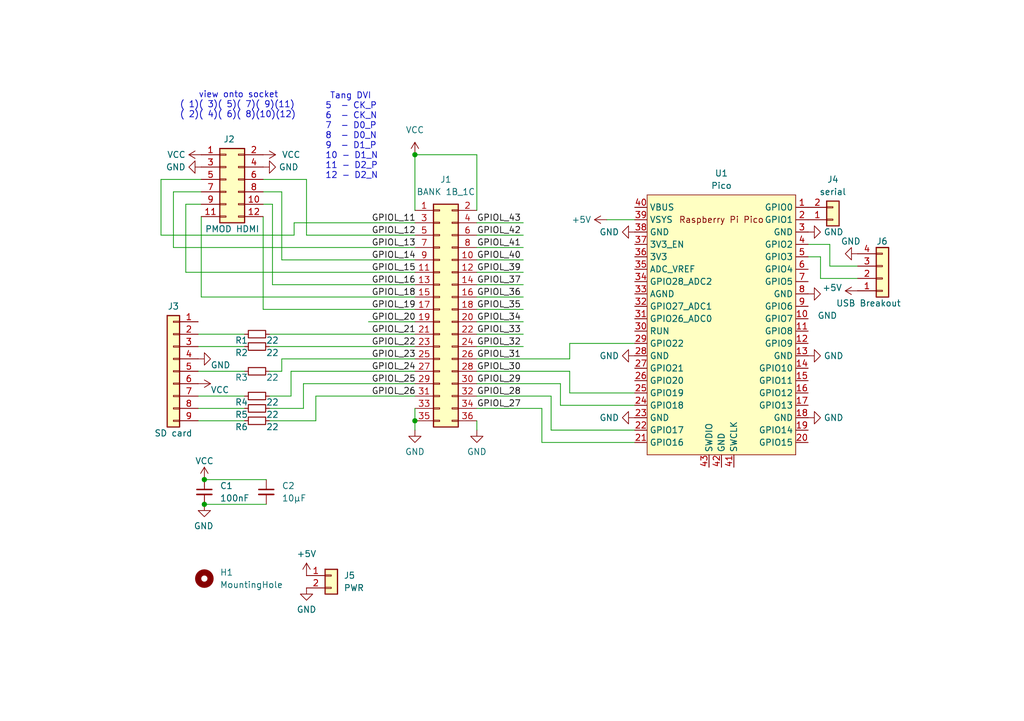
<source format=kicad_sch>
(kicad_sch (version 20231120) (generator "eeschema") (generator_version "8.0")
  (paper "A5")
  (title_block (title "T20 MiSTeryNano PMOD") (date "2025-05-06") (rev "v1.0") (company "Till Harbaum <till@harbaum.org>"))
  (lib_symbols
    (symbol "Connector_Generic:Conn_01x02" (pin_names (offset 1.016) hide)
      (property "Reference" "J" (at 0 2.54 0))
      (property "Value" "Conn_01x02" (at 0 -5.08 0))
      (symbol "Conn_01x02_1_1"
        (rectangle (start -1.27 -2.413) (end 0 -2.667) (stroke (width 0.1524)))
        (rectangle (start -1.27 0.127) (end 0 -0.127) (stroke (width 0.1524)))
        (rectangle (start -1.27 1.27) (end 1.27 -3.81) (stroke (width 0.254)) (fill (type background)))
        (pin passive line (at -5.08 0 0) (length 3.81) (name "Pin_1") (number "1"))
        (pin passive line (at -5.08 -2.54 0) (length 3.81) (name "Pin_2") (number "2"))
      )
    )
    (symbol "Connector_Generic:Conn_01x04" (pin_names (offset 1.016) hide)
      (property "Reference" "J" (at 0 5.08 0))
      (property "Value" "Conn_01x04" (at 0 -7.62 0))
      (symbol "Conn_01x04_1_1"
        (rectangle (start -1.27 -4.953) (end 0 -5.207) (stroke (width 0.1524)))
        (rectangle (start -1.27 -2.413) (end 0 -2.667) (stroke (width 0.1524)))
        (rectangle (start -1.27 0.127) (end 0 -0.127) (stroke (width 0.1524)))
        (rectangle (start -1.27 2.667) (end 0 2.413) (stroke (width 0.1524)))
        (rectangle (start -1.27 3.81) (end 1.27 -6.35) (stroke (width 0.254)) (fill (type background)))
        (pin passive line (at -5.08 2.54 0) (length 3.81) (name "Pin_1") (number "1"))
        (pin passive line (at -5.08 0 0) (length 3.81) (name "Pin_2") (number "2"))
        (pin passive line (at -5.08 -2.54 0) (length 3.81) (name "Pin_3") (number "3"))
        (pin passive line (at -5.08 -5.08 0) (length 3.81) (name "Pin_4") (number "4"))
      )
    )
    (symbol "Connector_Generic:Conn_01x09" (pin_names (offset 1.016) hide)
      (property "Reference" "J" (at 0 12.7 0))
      (property "Value" "Conn_01x09" (at 0 -12.7 0))
      (symbol "Conn_01x09_1_1"
        (rectangle (start -1.27 -10.033) (end 0 -10.287) (stroke (width 0.1524)))
        (rectangle (start -1.27 -7.493) (end 0 -7.747) (stroke (width 0.1524)))
        (rectangle (start -1.27 -4.953) (end 0 -5.207) (stroke (width 0.1524)))
        (rectangle (start -1.27 -2.413) (end 0 -2.667) (stroke (width 0.1524)))
        (rectangle (start -1.27 0.127) (end 0 -0.127) (stroke (width 0.1524)))
        (rectangle (start -1.27 2.667) (end 0 2.413) (stroke (width 0.1524)))
        (rectangle (start -1.27 5.207) (end 0 4.953) (stroke (width 0.1524)))
        (rectangle (start -1.27 7.747) (end 0 7.493) (stroke (width 0.1524)))
        (rectangle (start -1.27 10.287) (end 0 10.033) (stroke (width 0.1524)))
        (rectangle (start -1.27 11.43) (end 1.27 -11.43) (stroke (width 0.254)) (fill (type background)))
        (pin passive line (at -5.08 10.16 0) (length 3.81) (name "Pin_1") (number "1"))
        (pin passive line (at -5.08 7.62 0) (length 3.81) (name "Pin_2") (number "2"))
        (pin passive line (at -5.08 5.08 0) (length 3.81) (name "Pin_3") (number "3"))
        (pin passive line (at -5.08 2.54 0) (length 3.81) (name "Pin_4") (number "4"))
        (pin passive line (at -5.08 0 0) (length 3.81) (name "Pin_5") (number "5"))
        (pin passive line (at -5.08 -2.54 0) (length 3.81) (name "Pin_6") (number "6"))
        (pin passive line (at -5.08 -5.08 0) (length 3.81) (name "Pin_7") (number "7"))
        (pin passive line (at -5.08 -7.62 0) (length 3.81) (name "Pin_8") (number "8"))
        (pin passive line (at -5.08 -10.16 0) (length 3.81) (name "Pin_9") (number "9"))
      )
    )
    (symbol "Connector_Generic:Conn_02x06_Odd_Even" (pin_names (offset 1.016) hide)
      (property "Reference" "J" (at 1.27 7.62 0))
      (property "Value" "Conn_02x06_Odd_Even" (at 1.27 -10.16 0))
      (symbol "Conn_02x06_Odd_Even_1_1"
        (rectangle (start -1.27 -7.493) (end 0 -7.747) (stroke (width 0.1524)))
        (rectangle (start -1.27 -4.953) (end 0 -5.207) (stroke (width 0.1524)))
        (rectangle (start -1.27 -2.413) (end 0 -2.667) (stroke (width 0.1524)))
        (rectangle (start -1.27 0.127) (end 0 -0.127) (stroke (width 0.1524)))
        (rectangle (start -1.27 2.667) (end 0 2.413) (stroke (width 0.1524)))
        (rectangle (start -1.27 5.207) (end 0 4.953) (stroke (width 0.1524)))
        (rectangle (start -1.27 6.35) (end 3.81 -8.89) (stroke (width 0.254)) (fill (type background)))
        (rectangle (start 3.81 -7.493) (end 2.54 -7.747) (stroke (width 0.1524)))
        (rectangle (start 3.81 -4.953) (end 2.54 -5.207) (stroke (width 0.1524)))
        (rectangle (start 3.81 -2.413) (end 2.54 -2.667) (stroke (width 0.1524)))
        (rectangle (start 3.81 0.127) (end 2.54 -0.127) (stroke (width 0.1524)))
        (rectangle (start 3.81 2.667) (end 2.54 2.413) (stroke (width 0.1524)))
        (rectangle (start 3.81 5.207) (end 2.54 4.953) (stroke (width 0.1524)))
        (pin passive line (at -5.08 5.08 0) (length 3.81) (name "Pin_1") (number "1"))
        (pin passive line (at 7.62 -5.08 180) (length 3.81) (name "Pin_10") (number "10"))
        (pin passive line (at -5.08 -7.62 0) (length 3.81) (name "Pin_11") (number "11"))
        (pin passive line (at 7.62 -7.62 180) (length 3.81) (name "Pin_12") (number "12"))
        (pin passive line (at 7.62 5.08 180) (length 3.81) (name "Pin_2") (number "2"))
        (pin passive line (at -5.08 2.54 0) (length 3.81) (name "Pin_3") (number "3"))
        (pin passive line (at 7.62 2.54 180) (length 3.81) (name "Pin_4") (number "4"))
        (pin passive line (at -5.08 0 0) (length 3.81) (name "Pin_5") (number "5"))
        (pin passive line (at 7.62 0 180) (length 3.81) (name "Pin_6") (number "6"))
        (pin passive line (at -5.08 -2.54 0) (length 3.81) (name "Pin_7") (number "7"))
        (pin passive line (at 7.62 -2.54 180) (length 3.81) (name "Pin_8") (number "8"))
        (pin passive line (at -5.08 -5.08 0) (length 3.81) (name "Pin_9") (number "9"))
      )
    )
    (symbol "Connector_Generic:Conn_02x18_Odd_Even" (pin_names (offset 1.016) hide)
      (property "Reference" "J" (at 1.27 22.86 0))
      (property "Value" "Conn_02x18_Odd_Even" (at 1.27 -25.4 0))
      (symbol "Conn_02x18_Odd_Even_1_1"
        (rectangle (start -1.27 -22.733) (end 0 -22.987) (stroke (width 0.1524)))
        (rectangle (start -1.27 -20.193) (end 0 -20.447) (stroke (width 0.1524)))
        (rectangle (start -1.27 -17.653) (end 0 -17.907) (stroke (width 0.1524)))
        (rectangle (start -1.27 -15.113) (end 0 -15.367) (stroke (width 0.1524)))
        (rectangle (start -1.27 -12.573) (end 0 -12.827) (stroke (width 0.1524)))
        (rectangle (start -1.27 -10.033) (end 0 -10.287) (stroke (width 0.1524)))
        (rectangle (start -1.27 -7.493) (end 0 -7.747) (stroke (width 0.1524)))
        (rectangle (start -1.27 -4.953) (end 0 -5.207) (stroke (width 0.1524)))
        (rectangle (start -1.27 -2.413) (end 0 -2.667) (stroke (width 0.1524)))
        (rectangle (start -1.27 0.127) (end 0 -0.127) (stroke (width 0.1524)))
        (rectangle (start -1.27 2.667) (end 0 2.413) (stroke (width 0.1524)))
        (rectangle (start -1.27 5.207) (end 0 4.953) (stroke (width 0.1524)))
        (rectangle (start -1.27 7.747) (end 0 7.493) (stroke (width 0.1524)))
        (rectangle (start -1.27 10.287) (end 0 10.033) (stroke (width 0.1524)))
        (rectangle (start -1.27 12.827) (end 0 12.573) (stroke (width 0.1524)))
        (rectangle (start -1.27 15.367) (end 0 15.113) (stroke (width 0.1524)))
        (rectangle (start -1.27 17.907) (end 0 17.653) (stroke (width 0.1524)))
        (rectangle (start -1.27 20.447) (end 0 20.193) (stroke (width 0.1524)))
        (rectangle (start -1.27 21.59) (end 3.81 -24.13) (stroke (width 0.254)) (fill (type background)))
        (rectangle (start 3.81 -22.733) (end 2.54 -22.987) (stroke (width 0.1524)))
        (rectangle (start 3.81 -20.193) (end 2.54 -20.447) (stroke (width 0.1524)))
        (rectangle (start 3.81 -17.653) (end 2.54 -17.907) (stroke (width 0.1524)))
        (rectangle (start 3.81 -15.113) (end 2.54 -15.367) (stroke (width 0.1524)))
        (rectangle (start 3.81 -12.573) (end 2.54 -12.827) (stroke (width 0.1524)))
        (rectangle (start 3.81 -10.033) (end 2.54 -10.287) (stroke (width 0.1524)))
        (rectangle (start 3.81 -7.493) (end 2.54 -7.747) (stroke (width 0.1524)))
        (rectangle (start 3.81 -4.953) (end 2.54 -5.207) (stroke (width 0.1524)))
        (rectangle (start 3.81 -2.413) (end 2.54 -2.667) (stroke (width 0.1524)))
        (rectangle (start 3.81 0.127) (end 2.54 -0.127) (stroke (width 0.1524)))
        (rectangle (start 3.81 2.667) (end 2.54 2.413) (stroke (width 0.1524)))
        (rectangle (start 3.81 5.207) (end 2.54 4.953) (stroke (width 0.1524)))
        (rectangle (start 3.81 7.747) (end 2.54 7.493) (stroke (width 0.1524)))
        (rectangle (start 3.81 10.287) (end 2.54 10.033) (stroke (width 0.1524)))
        (rectangle (start 3.81 12.827) (end 2.54 12.573) (stroke (width 0.1524)))
        (rectangle (start 3.81 15.367) (end 2.54 15.113) (stroke (width 0.1524)))
        (rectangle (start 3.81 17.907) (end 2.54 17.653) (stroke (width 0.1524)))
        (rectangle (start 3.81 20.447) (end 2.54 20.193) (stroke (width 0.1524)))
        (pin passive line (at -5.08 20.32 0) (length 3.81) (name "Pin_1") (number "1"))
        (pin passive line (at 7.62 10.16 180) (length 3.81) (name "Pin_10") (number "10"))
        (pin passive line (at -5.08 7.62 0) (length 3.81) (name "Pin_11") (number "11"))
        (pin passive line (at 7.62 7.62 180) (length 3.81) (name "Pin_12") (number "12"))
        (pin passive line (at -5.08 5.08 0) (length 3.81) (name "Pin_13") (number "13"))
        (pin passive line (at 7.62 5.08 180) (length 3.81) (name "Pin_14") (number "14"))
        (pin passive line (at -5.08 2.54 0) (length 3.81) (name "Pin_15") (number "15"))
        (pin passive line (at 7.62 2.54 180) (length 3.81) (name "Pin_16") (number "16"))
        (pin passive line (at -5.08 0 0) (length 3.81) (name "Pin_17") (number "17"))
        (pin passive line (at 7.62 0 180) (length 3.81) (name "Pin_18") (number "18"))
        (pin passive line (at -5.08 -2.54 0) (length 3.81) (name "Pin_19") (number "19"))
        (pin passive line (at 7.62 20.32 180) (length 3.81) (name "Pin_2") (number "2"))
        (pin passive line (at 7.62 -2.54 180) (length 3.81) (name "Pin_20") (number "20"))
        (pin passive line (at -5.08 -5.08 0) (length 3.81) (name "Pin_21") (number "21"))
        (pin passive line (at 7.62 -5.08 180) (length 3.81) (name "Pin_22") (number "22"))
        (pin passive line (at -5.08 -7.62 0) (length 3.81) (name "Pin_23") (number "23"))
        (pin passive line (at 7.62 -7.62 180) (length 3.81) (name "Pin_24") (number "24"))
        (pin passive line (at -5.08 -10.16 0) (length 3.81) (name "Pin_25") (number "25"))
        (pin passive line (at 7.62 -10.16 180) (length 3.81) (name "Pin_26") (number "26"))
        (pin passive line (at -5.08 -12.7 0) (length 3.81) (name "Pin_27") (number "27"))
        (pin passive line (at 7.62 -12.7 180) (length 3.81) (name "Pin_28") (number "28"))
        (pin passive line (at -5.08 -15.24 0) (length 3.81) (name "Pin_29") (number "29"))
        (pin passive line (at -5.08 17.78 0) (length 3.81) (name "Pin_3") (number "3"))
        (pin passive line (at 7.62 -15.24 180) (length 3.81) (name "Pin_30") (number "30"))
        (pin passive line (at -5.08 -17.78 0) (length 3.81) (name "Pin_31") (number "31"))
        (pin passive line (at 7.62 -17.78 180) (length 3.81) (name "Pin_32") (number "32"))
        (pin passive line (at -5.08 -20.32 0) (length 3.81) (name "Pin_33") (number "33"))
        (pin passive line (at 7.62 -20.32 180) (length 3.81) (name "Pin_34") (number "34"))
        (pin passive line (at -5.08 -22.86 0) (length 3.81) (name "Pin_35") (number "35"))
        (pin passive line (at 7.62 -22.86 180) (length 3.81) (name "Pin_36") (number "36"))
        (pin passive line (at 7.62 17.78 180) (length 3.81) (name "Pin_4") (number "4"))
        (pin passive line (at -5.08 15.24 0) (length 3.81) (name "Pin_5") (number "5"))
        (pin passive line (at 7.62 15.24 180) (length 3.81) (name "Pin_6") (number "6"))
        (pin passive line (at -5.08 12.7 0) (length 3.81) (name "Pin_7") (number "7"))
        (pin passive line (at 7.62 12.7 180) (length 3.81) (name "Pin_8") (number "8"))
        (pin passive line (at -5.08 10.16 0) (length 3.81) (name "Pin_9") (number "9"))
      )
    )
    (symbol "Device:C_Small" (pin_numbers hide) (pin_names (offset 0.254) hide)
      (property "Reference" "C" (at 0.254 1.778 0))
      (property "Value" "C_Small" (at 0.254 -2.032 0))
      (symbol "C_Small_0_1"
        (polyline (pts (xy -1.524 -0.508) (xy 1.524 -0.508)) (stroke (width 0.3302)))
        (polyline (pts (xy -1.524 0.508) (xy 1.524 0.508)) (stroke (width 0.3048)))
      )
      (symbol "C_Small_1_1"
        (pin passive line (at 0 2.54 270) (length 2.032) (name "~") (number "1"))
        (pin passive line (at 0 -2.54 90) (length 2.032) (name "~") (number "2"))
      )
    )
    (symbol "Device:R_Small" (pin_numbers hide) (pin_names (offset 0.254) hide)
      (property "Reference" "R" (at 0.762 0.508 0))
      (property "Value" "R_Small" (at 0.762 -1.016 0))
      (symbol "R_Small_0_1"
        (rectangle (start -0.762 1.778) (end 0.762 -1.778) (stroke (width 0.2032)))
      )
      (symbol "R_Small_1_1"
        (pin passive line (at 0 2.54 270) (length 0.762) (name "~") (number "1"))
        (pin passive line (at 0 -2.54 90) (length 0.762) (name "~") (number "2"))
      )
    )
    (symbol "MCU_RaspberryPi_and_Boards:Pico"
      (property "Reference" "U" (at -13.97 27.94 0))
      (property "Value" "Pico" (at 0 19.05 0))
      (symbol "Pico_0_0"
        (text "Raspberry Pi Pico" (at 0 21.59 0) (effects (font (size 1.27 1.27))))
      )
      (symbol "Pico_0_1"
        (rectangle (start -15.24 26.67) (end 15.24 -26.67) (fill (type background)))
      )
      (symbol "Pico_1_1"
        (pin bidirectional line (at -17.78 24.13 0) (length 2.54) (name "GPIO0") (number "1"))
        (pin bidirectional line (at -17.78 1.27 0) (length 2.54) (name "GPIO7") (number "10"))
        (pin bidirectional line (at -17.78 -1.27 0) (length 2.54) (name "GPIO8") (number "11"))
        (pin bidirectional line (at -17.78 -3.81 0) (length 2.54) (name "GPIO9") (number "12"))
        (pin power_in line (at -17.78 -6.35 0) (length 2.54) (name "GND") (number "13"))
        (pin bidirectional line (at -17.78 -8.89 0) (length 2.54) (name "GPIO10") (number "14"))
        (pin bidirectional line (at -17.78 -11.43 0) (length 2.54) (name "GPIO11") (number "15"))
        (pin bidirectional line (at -17.78 -13.97 0) (length 2.54) (name "GPIO12") (number "16"))
        (pin bidirectional line (at -17.78 -16.51 0) (length 2.54) (name "GPIO13") (number "17"))
        (pin power_in line (at -17.78 -19.05 0) (length 2.54) (name "GND") (number "18"))
        (pin bidirectional line (at -17.78 -21.59 0) (length 2.54) (name "GPIO14") (number "19"))
        (pin bidirectional line (at -17.78 21.59 0) (length 2.54) (name "GPIO1") (number "2"))
        (pin bidirectional line (at -17.78 -24.13 0) (length 2.54) (name "GPIO15") (number "20"))
        (pin bidirectional line (at 17.78 -24.13 180) (length 2.54) (name "GPIO16") (number "21"))
        (pin bidirectional line (at 17.78 -21.59 180) (length 2.54) (name "GPIO17") (number "22"))
        (pin power_in line (at 17.78 -19.05 180) (length 2.54) (name "GND") (number "23"))
        (pin bidirectional line (at 17.78 -16.51 180) (length 2.54) (name "GPIO18") (number "24"))
        (pin bidirectional line (at 17.78 -13.97 180) (length 2.54) (name "GPIO19") (number "25"))
        (pin bidirectional line (at 17.78 -11.43 180) (length 2.54) (name "GPIO20") (number "26"))
        (pin bidirectional line (at 17.78 -8.89 180) (length 2.54) (name "GPIO21") (number "27"))
        (pin power_in line (at 17.78 -6.35 180) (length 2.54) (name "GND") (number "28"))
        (pin bidirectional line (at 17.78 -3.81 180) (length 2.54) (name "GPIO22") (number "29"))
        (pin power_in line (at -17.78 19.05 0) (length 2.54) (name "GND") (number "3"))
        (pin input line (at 17.78 -1.27 180) (length 2.54) (name "RUN") (number "30"))
        (pin bidirectional line (at 17.78 1.27 180) (length 2.54) (name "GPIO26_ADC0") (number "31"))
        (pin bidirectional line (at 17.78 3.81 180) (length 2.54) (name "GPIO27_ADC1") (number "32"))
        (pin power_in line (at 17.78 6.35 180) (length 2.54) (name "AGND") (number "33"))
        (pin bidirectional line (at 17.78 8.89 180) (length 2.54) (name "GPIO28_ADC2") (number "34"))
        (pin power_in line (at 17.78 11.43 180) (length 2.54) (name "ADC_VREF") (number "35"))
        (pin power_in line (at 17.78 13.97 180) (length 2.54) (name "3V3") (number "36"))
        (pin input line (at 17.78 16.51 180) (length 2.54) (name "3V3_EN") (number "37"))
        (pin bidirectional line (at 17.78 19.05 180) (length 2.54) (name "GND") (number "38"))
        (pin power_in line (at 17.78 21.59 180) (length 2.54) (name "VSYS") (number "39"))
        (pin bidirectional line (at -17.78 16.51 0) (length 2.54) (name "GPIO2") (number "4"))
        (pin power_in line (at 17.78 24.13 180) (length 2.54) (name "VBUS") (number "40"))
        (pin input line (at -2.54 -29.21 90) (length 2.54) (name "SWCLK") (number "41"))
        (pin power_in line (at 0 -29.21 90) (length 2.54) (name "GND") (number "42"))
        (pin bidirectional line (at 2.54 -29.21 90) (length 2.54) (name "SWDIO") (number "43"))
        (pin bidirectional line (at -17.78 13.97 0) (length 2.54) (name "GPIO3") (number "5"))
        (pin bidirectional line (at -17.78 11.43 0) (length 2.54) (name "GPIO4") (number "6"))
        (pin bidirectional line (at -17.78 8.89 0) (length 2.54) (name "GPIO5") (number "7"))
        (pin power_in line (at -17.78 6.35 0) (length 2.54) (name "GND") (number "8"))
        (pin bidirectional line (at -17.78 3.81 0) (length 2.54) (name "GPIO6") (number "9"))
      )
    )
    (symbol "Mechanical:MountingHole" (pin_names (offset 1.016)) (exclude_from_sim yes) (in_bom no)
      (property "Reference" "H" (at 0 5.08 0))
      (property "Value" "MountingHole" (at 0 3.175 0))
      (symbol "MountingHole_0_1"
        (circle (center 0 0) (radius 1.27) (stroke (width 1.27)))
      )
    )
    (symbol "power:+5V" (power) (pin_numbers hide) (pin_names (offset 0) hide)
      (property "Value" "+5V" (at 0 3.556 0))
      (symbol "+5V_0_1"
        (polyline (pts (xy -0.762 1.27) (xy 0 2.54)))
        (polyline (pts (xy 0 0) (xy 0 2.54)))
        (polyline (pts (xy 0 2.54) (xy 0.762 1.27)))
      )
      (symbol "+5V_1_1"
        (pin power_in line (at 0 0 90) (length 0) (name "~") (number "1"))
      )
    )
    (symbol "power:GND" (power) (pin_numbers hide) (pin_names (offset 0) hide)
      (property "Value" "GND" (at 0 -3.81 0))
      (symbol "GND_0_1"
        (polyline (pts (xy 0 0) (xy 0 -1.27) (xy 1.27 -1.27) (xy 0 -2.54) (xy -1.27 -1.27) (xy 0 -1.27)))
      )
      (symbol "GND_1_1"
        (pin power_in line (at 0 0 270) (length 0) (name "~") (number "1"))
      )
    )
    (symbol "power:VCC" (power) (pin_numbers hide) (pin_names (offset 0) hide)
      (property "Value" "VCC" (at 0 3.556 0))
      (symbol "VCC_0_1"
        (polyline (pts (xy -0.762 1.27) (xy 0 2.54)))
        (polyline (pts (xy 0 0) (xy 0 2.54)))
        (polyline (pts (xy 0 2.54) (xy 0.762 1.27)))
      )
      (symbol "VCC_1_1"
        (pin power_in line (at 0 0 90) (length 0) (name "~") (number "1"))
      )
    )
  )
  (junction (at 85.09 86.36))
  (junction (at 41.91 98.425))
  (junction (at 41.91 103.505))
  (junction (at 85.09 31.75))
  (wire (pts (xy 40.64 76.2) (xy 50.165 76.2)))
  (wire (pts (xy 41.275 36.83) (xy 33.02 36.83)))
  (wire (pts (xy 97.79 83.82) (xy 111.125 83.82)))
  (wire (pts (xy 97.79 76.2) (xy 116.84 76.2)))
  (wire (pts (xy 40.64 71.12) (xy 50.165 71.12)))
  (wire (pts (xy 97.79 55.88) (xy 107.315 55.88)))
  (wire (pts (xy 168.275 57.15) (xy 168.275 52.705)))
  (wire (pts (xy 62.865 48.26) (xy 85.09 48.26)))
  (wire (pts (xy 170.18 54.61) (xy 170.18 50.165)))
  (wire (pts (xy 55.88 41.91) (xy 55.88 58.42)))
  (wire (pts (xy 55.245 68.58) (xy 85.09 68.58)))
  (wire (pts (xy 85.09 86.36) (xy 85.09 88.265)))
  (wire (pts (xy 97.79 66.04) (xy 107.315 66.04)))
  (wire (pts (xy 85.09 31.75) (xy 97.79 31.75)))
  (wire (pts (xy 33.02 36.83) (xy 33.02 48.26)))
  (wire (pts (xy 59.69 76.2) (xy 59.69 81.28)))
  (wire (pts (xy 41.275 60.96) (xy 85.09 60.96)))
  (wire (pts (xy 111.125 90.805) (xy 111.125 83.82)))
  (wire (pts (xy 55.245 71.12) (xy 85.09 71.12)))
  (wire (pts (xy 41.275 41.91) (xy 38.1 41.91)))
  (wire (pts (xy 114.935 78.74) (xy 114.935 83.185)))
  (wire (pts (xy 57.785 53.34) (xy 85.09 53.34)))
  (wire (pts (xy 85.09 66.04) (xy 75.565 66.04)))
  (wire (pts (xy 170.18 50.165) (xy 165.735 50.165)))
  (wire (pts (xy 41.275 39.37) (xy 35.56 39.37)))
  (wire (pts (xy 97.79 78.74) (xy 114.935 78.74)))
  (wire (pts (xy 97.79 31.75) (xy 97.79 43.18)))
  (wire (pts (xy 60.325 48.26) (xy 60.325 45.72)))
  (wire (pts (xy 130.175 45.085) (xy 124.46 45.085)))
  (wire (pts (xy 53.975 63.5) (xy 85.09 63.5)))
  (wire (pts (xy 113.03 81.28) (xy 113.03 88.265)))
  (wire (pts (xy 64.77 86.36) (xy 64.77 81.28)))
  (wire (pts (xy 175.895 54.61) (xy 170.18 54.61)))
  (wire (pts (xy 97.79 86.36) (xy 97.79 88.265)))
  (wire (pts (xy 55.245 76.2) (xy 57.785 76.2)))
  (wire (pts (xy 55.245 81.28) (xy 59.69 81.28)))
  (wire (pts (xy 97.79 53.34) (xy 107.315 53.34)))
  (wire (pts (xy 57.785 73.66) (xy 85.09 73.66)))
  (wire (pts (xy 130.175 90.805) (xy 111.125 90.805)))
  (wire (pts (xy 97.79 68.58) (xy 107.315 68.58)))
  (wire (pts (xy 168.275 52.705) (xy 165.735 52.705)))
  (wire (pts (xy 41.91 103.505) (xy 54.61 103.505)))
  (wire (pts (xy 53.975 36.83) (xy 62.865 36.83)))
  (wire (pts (xy 97.79 58.42) (xy 107.315 58.42)))
  (wire (pts (xy 40.64 81.28) (xy 50.165 81.28)))
  (wire (pts (xy 55.88 58.42) (xy 85.09 58.42)))
  (wire (pts (xy 62.23 83.82) (xy 62.23 78.74)))
  (wire (pts (xy 40.64 86.36) (xy 50.165 86.36)))
  (wire (pts (xy 57.785 39.37) (xy 57.785 53.34)))
  (wire (pts (xy 113.03 88.265) (xy 130.175 88.265)))
  (wire (pts (xy 175.895 57.15) (xy 168.275 57.15)))
  (wire (pts (xy 62.865 36.83) (xy 62.865 48.26)))
  (wire (pts (xy 116.84 76.2) (xy 116.84 80.645)))
  (wire (pts (xy 97.79 45.72) (xy 107.315 45.72)))
  (wire (pts (xy 60.325 45.72) (xy 85.09 45.72)))
  (wire (pts (xy 97.79 63.5) (xy 107.315 63.5)))
  (wire (pts (xy 116.84 70.485) (xy 116.84 73.66)))
  (wire (pts (xy 53.975 44.45) (xy 53.975 63.5)))
  (wire (pts (xy 97.79 71.12) (xy 107.315 71.12)))
  (wire (pts (xy 55.245 83.82) (xy 62.23 83.82)))
  (wire (pts (xy 130.175 70.485) (xy 116.84 70.485)))
  (wire (pts (xy 97.79 50.8) (xy 107.315 50.8)))
  (wire (pts (xy 33.02 48.26) (xy 60.325 48.26)))
  (wire (pts (xy 85.09 31.75) (xy 85.09 43.18)))
  (wire (pts (xy 38.1 41.91) (xy 38.1 55.88)))
  (wire (pts (xy 62.23 78.74) (xy 85.09 78.74)))
  (wire (pts (xy 97.79 81.28) (xy 113.03 81.28)))
  (wire (pts (xy 53.975 39.37) (xy 57.785 39.37)))
  (wire (pts (xy 97.79 60.96) (xy 107.315 60.96)))
  (wire (pts (xy 57.785 73.66) (xy 57.785 76.2)))
  (wire (pts (xy 64.77 81.28) (xy 85.09 81.28)))
  (wire (pts (xy 35.56 50.8) (xy 85.09 50.8)))
  (wire (pts (xy 40.64 68.58) (xy 50.165 68.58)))
  (wire (pts (xy 114.935 83.185) (xy 130.175 83.185)))
  (wire (pts (xy 116.84 80.645) (xy 130.175 80.645)))
  (wire (pts (xy 38.1 55.88) (xy 85.09 55.88)))
  (wire (pts (xy 40.64 83.82) (xy 50.165 83.82)))
  (wire (pts (xy 41.275 44.45) (xy 41.275 60.96)))
  (wire (pts (xy 59.69 76.2) (xy 85.09 76.2)))
  (wire (pts (xy 53.975 41.91) (xy 55.88 41.91)))
  (wire (pts (xy 41.91 98.425) (xy 54.61 98.425)))
  (wire (pts (xy 35.56 39.37) (xy 35.56 50.8)))
  (wire (pts (xy 85.09 83.82) (xy 85.09 86.36)))
  (wire (pts (xy 97.79 48.26) (xy 107.315 48.26)))
  (wire (pts (xy 97.79 73.66) (xy 116.84 73.66)))
  (wire (pts (xy 55.245 86.36) (xy 64.77 86.36)))
  (text "    view onto socket\n( 1)( 3)( 5)( 7)( 9)(11)\n( 2)( 4)( 6)( 8)(10)(12)" (at 36.83 21.59 0) (effects (font (size 1.27 1.27)) (justify left)))
  (text " Tang DVI\n5  - CK_P\n6  - CK_N\n7  - D0_P\n8  - D0_N\n9  - D1_P\n10 - D1_N\n11 - D2_P\n12 - D2_N" (at 66.675 27.94 0) (effects (font (size 1.27 1.27)) (justify left)))
  (label "GPIOL_28" (at 97.79 81.28 0))
  (label "GPIOL_25" (at 76.2 78.74 0))
  (label "GPIOL_40" (at 97.79 53.34 0))
  (label "GPIOL_12" (at 76.2 48.26 0))
  (label "GPIOL_36" (at 97.79 60.96 0))
  (label "GPIOL_37" (at 97.79 58.42 0))
  (label "GPIOL_20" (at 76.2 66.04 0))
  (label "GPIOL_32" (at 97.79 71.12 0))
  (label "GPIOL_29" (at 97.79 78.74 0))
  (label "GPIOL_39" (at 97.79 55.88 0))
  (label "GPIOL_15" (at 76.2 55.88 0))
  (label "GPIOL_34" (at 97.79 66.04 0))
  (label "GPIOL_13" (at 76.2 50.8 0))
  (label "GPIOL_43" (at 97.79 45.72 0))
  (label "GPIOL_26" (at 76.2 81.28 0))
  (label "GPIOL_31" (at 97.79 73.66 0))
  (label "GPIOL_14" (at 76.2 53.34 0))
  (label "GPIOL_35" (at 97.79 63.5 0))
  (label "GPIOL_21" (at 76.2 68.58 0))
  (label "GPIOL_41" (at 97.79 50.8 0))
  (label "GPIOL_23" (at 76.2 73.66 0))
  (label "GPIOL_24" (at 76.2 76.2 0))
  (label "GPIOL_11" (at 76.2 45.72 0))
  (label "GPIOL_27" (at 97.79 83.82 0))
  (label "GPIOL_22" (at 76.2 71.12 0))
  (label "GPIOL_30" (at 97.79 76.2 0))
  (label "GPIOL_33" (at 97.79 68.58 0))
  (label "GPIOL_18" (at 76.2 60.96 0))
  (label "GPIOL_19" (at 76.2 63.5 0))
  (label "GPIOL_16" (at 76.2 58.42 0))
  (label "GPIOL_42" (at 97.79 48.26 0))
  (symbol (lib_id "power:+5V") (at 62.865 118.11 0) (unit 1)
    (property "Reference" "#PWR10" (effects (hide yes)))
    (property "Value" "+5V" (at 62.865 113.665 0))
    (property "Description" "Power symbol creates a global label with name \"+5V\"" (effects (hide yes)))
  )
  (symbol (lib_id "power:GND") (at 165.735 47.625 90) (mirror x) (unit 1)
    (property "Reference" "#PWR17" (effects (hide yes)))
    (property "Value" "GND" (at 168.91 47.625 90) (effects (justify right)))
    (property "Description" "Power symbol creates a global label with name \"GND\" , ground" (effects (hide yes)))
  )
  (symbol (lib_id "Device:R_Small") (at 52.705 83.82 90) (unit 1)
    (property "Reference" "R5" (at 49.53 85.09 90))
    (property "Value" "22" (at 55.88 85.09 90))
    (property "Footprint" "Resistor_SMD:R_0805_2012Metric" (effects (hide yes)))
    (property "Description" "Resistor, small symbol" (effects (hide yes)))
  )
  (symbol (lib_id "power:GND") (at 40.64 73.66 90) (unit 1)
    (property "Reference" "#PWR8" (effects (hide yes)))
    (property "Value" "GND" (at 43.18 74.93 90) (effects (justify right)))
    (property "Description" "Power symbol creates a global label with name \"GND\" , ground" (effects (hide yes)))
  )
  (symbol (lib_id "Connector_Generic:Conn_01x09") (at 35.56 76.2 0) (mirror y) (unit 1)
    (property "Reference" "J3" (at 35.56 62.865 0))
    (property "Value" "SD card" (at 35.56 88.9 0))
    (property "Footprint" "Connector_PinHeader_2.00mm:PinHeader_1x09_P2.00mm_Vertical" (effects (hide yes)))
    (property "Description" "Generic connector, single row, 01x09, script generated (kicad-library-utils/schlib/autogen/connector/)" (effects (hide yes)))
  )
  (symbol (lib_id "power:GND") (at 53.975 34.29 90) (unit 1)
    (property "Reference" "#PWR7" (effects (hide yes)))
    (property "Value" "GND" (at 57.15 34.2899 90) (effects (justify right)))
    (property "Description" "Power symbol creates a global label with name \"GND\" , ground" (effects (hide yes)))
  )
  (symbol (lib_id "power:GND") (at 130.175 73.025 270) (unit 1)
    (property "Reference" "#PWR22" (effects (hide yes)))
    (property "Value" "GND" (at 127 73.025 90) (effects (justify right)))
    (property "Description" "Power symbol creates a global label with name \"GND\" , ground" (effects (hide yes)))
  )
  (symbol (lib_id "power:VCC") (at 41.91 98.425 0) (unit 1)
    (property "Reference" "#PWR13" (effects (hide yes)))
    (property "Value" "VCC" (at 40.005 94.615 0) (effects (justify left)))
    (property "Description" "Power symbol creates a global label with name \"VCC\"" (effects (hide yes)))
  )
  (symbol (lib_id "power:GND") (at 165.735 60.325 90) (mirror x) (unit 1)
    (property "Reference" "#PWR18" (effects (hide yes)))
    (property "Value" "GND" (at 167.64 64.77 90) (effects (justify right)))
    (property "Description" "Power symbol creates a global label with name \"GND\" , ground" (effects (hide yes)))
  )
  (symbol (lib_id "Connector_Generic:Conn_01x02") (at 67.945 118.11 0) (unit 1)
    (property "Reference" "J5" (at 70.485 118.1099 0) (effects (justify left)))
    (property "Value" "PWR" (at 70.485 120.6499 0) (effects (justify left)))
    (property "Footprint" "Connector_PinSocket_2.54mm:PinSocket_1x02_P2.54mm_Vertical" (effects (hide yes)))
    (property "Description" "Generic connector, single row, 01x02, script generated (kicad-library-utils/schlib/autogen/connector/)" (effects (hide yes)))
  )
  (symbol (lib_id "Device:R_Small") (at 52.705 81.28 90) (unit 1)
    (property "Reference" "R4" (at 49.53 82.55 90))
    (property "Value" "22" (at 55.88 82.55 90))
    (property "Footprint" "Resistor_SMD:R_0805_2012Metric" (effects (hide yes)))
    (property "Description" "Resistor, small symbol" (effects (hide yes)))
  )
  (symbol (lib_id "Device:R_Small") (at 52.705 86.36 90) (unit 1)
    (property "Reference" "R6" (at 49.53 87.63 90))
    (property "Value" "22" (at 55.88 87.63 90))
    (property "Footprint" "Resistor_SMD:R_0805_2012Metric" (effects (hide yes)))
    (property "Description" "Resistor, small symbol" (effects (hide yes)))
  )
  (symbol (lib_id "power:GND") (at 62.865 120.65 0) (unit 1)
    (property "Reference" "#PWR9" (effects (hide yes)))
    (property "Value" "GND" (at 62.865 125.095 0))
    (property "Description" "Power symbol creates a global label with name \"GND\" , ground" (effects (hide yes)))
  )
  (symbol (lib_id "Mechanical:MountingHole") (at 41.91 118.745 0) (unit 1) (exclude_from_sim yes) (in_bom no)
    (property "Reference" "H1" (at 45.085 117.4749 0) (effects (justify left)))
    (property "Value" "MountingHole" (at 45.085 120.0149 0) (effects (justify left)))
    (property "Footprint" "MountingHole:MountingHole_3mm" (effects (hide yes)))
    (property "Description" "Mounting Hole without connection" (effects (hide yes)))
  )
  (symbol (lib_id "power:GND") (at 165.735 73.025 90) (mirror x) (unit 1)
    (property "Reference" "#PWR19" (effects (hide yes)))
    (property "Value" "GND" (at 168.91 73.025 90) (effects (justify right)))
    (property "Description" "Power symbol creates a global label with name \"GND\" , ground" (effects (hide yes)))
  )
  (symbol (lib_id "Device:C_Small") (at 41.91 100.965 0) (unit 1)
    (property "Reference" "C1" (at 45.085 99.7012 0) (effects (justify left)))
    (property "Value" "100nF" (at 45.085 102.2412 0) (effects (justify left)))
    (property "Footprint" "Capacitor_SMD:C_0805_2012Metric" (effects (hide yes)))
    (property "Description" "Unpolarized capacitor, small symbol" (effects (hide yes)))
  )
  (symbol (lib_id "power:GND") (at 130.175 47.625 270) (unit 1)
    (property "Reference" "#PWR23" (effects (hide yes)))
    (property "Value" "GND" (at 127 47.625 90) (effects (justify right)))
    (property "Description" "Power symbol creates a global label with name \"GND\" , ground" (effects (hide yes)))
  )
  (symbol (lib_id "power:VCC") (at 85.09 31.75 0) (unit 1)
    (property "Reference" "#PWR3" (effects (hide yes)))
    (property "Value" "VCC" (at 85.09 26.67 0))
    (property "Description" "Power symbol creates a global label with name \"VCC\"" (effects (hide yes)))
  )
  (symbol (lib_id "power:GND") (at 175.895 52.07 270) (mirror x) (unit 1)
    (property "Reference" "#PWR15" (effects (hide yes)))
    (property "Value" "GND" (at 176.53 49.53 90) (effects (justify right)))
    (property "Description" "Power symbol creates a global label with name \"GND\" , ground" (effects (hide yes)))
  )
  (symbol (lib_id "power:GND") (at 41.91 103.505 0) (unit 1)
    (property "Reference" "#PWR12" (effects (hide yes)))
    (property "Value" "GND" (at 43.815 107.95 0) (effects (justify right)))
    (property "Description" "Power symbol creates a global label with name \"GND\" , ground" (effects (hide yes)))
  )
  (symbol (lib_id "power:GND") (at 165.735 85.725 90) (mirror x) (unit 1)
    (property "Reference" "#PWR20" (effects (hide yes)))
    (property "Value" "GND" (at 168.91 85.725 90) (effects (justify right)))
    (property "Description" "Power symbol creates a global label with name \"GND\" , ground" (effects (hide yes)))
  )
  (symbol (lib_id "Connector_Generic:Conn_01x02") (at 170.815 45.085 0) (mirror x) (unit 1)
    (property "Reference" "J4" (at 170.815 36.83 0))
    (property "Value" "serial" (at 170.815 39.37 0))
    (property "Footprint" "Connector_PinHeader_2.54mm:PinHeader_1x02_P2.54mm_Vertical" (effects (hide yes)))
    (property "Description" "Generic connector, single row, 01x02, script generated (kicad-library-utils/schlib/autogen/connector/)" (effects (hide yes)))
  )
  (symbol (lib_id "power:VCC") (at 53.975 31.75 270) (unit 1)
    (property "Reference" "#PWR5" (effects (hide yes)))
    (property "Value" "VCC" (at 57.785 31.7499 90) (effects (justify left)))
    (property "Description" "Power symbol creates a global label with name \"VCC\"" (effects (hide yes)))
  )
  (symbol (lib_id "power:+5V") (at 175.895 59.69 90) (mirror x) (unit 1)
    (property "Reference" "#PWR14" (effects (hide yes)))
    (property "Value" "+5V" (at 172.72 59.055 90) (effects (justify left)))
    (property "Description" "Power symbol creates a global label with name \"+5V\"" (effects (hide yes)))
  )
  (symbol (lib_id "power:GND") (at 41.275 34.29 270) (unit 1)
    (property "Reference" "#PWR6" (effects (hide yes)))
    (property "Value" "GND" (at 38.1 34.2899 90) (effects (justify right)))
    (property "Description" "Power symbol creates a global label with name \"GND\" , ground" (effects (hide yes)))
  )
  (symbol (lib_id "power:GND") (at 97.79 88.265 0) (mirror y) (unit 1)
    (property "Reference" "#PWR2" (effects (hide yes)))
    (property "Value" "GND" (at 97.79 92.71 0))
    (property "Description" "Power symbol creates a global label with name \"GND\" , ground" (effects (hide yes)))
  )
  (symbol (lib_id "Device:R_Small") (at 52.705 76.2 90) (unit 1)
    (property "Reference" "R3" (at 49.53 77.47 90))
    (property "Value" "22" (at 55.88 77.47 90))
    (property "Footprint" "Resistor_SMD:R_0805_2012Metric" (effects (hide yes)))
    (property "Description" "Resistor, small symbol" (effects (hide yes)))
  )
  (symbol (lib_id "Connector_Generic:Conn_02x18_Odd_Even") (at 90.17 63.5 0) (unit 1)
    (property "Reference" "J1" (at 91.44 36.83 0))
    (property "Value" "BANK 1B_1C" (at 91.44 39.37 0))
    (property "Footprint" "Connector_PinSocket_2.54mm:PinSocket_2x18_P2.54mm_Vertical" (effects (hide yes)))
    (property "Description" "Generic connector, double row, 02x18, odd/even pin numbering scheme (row 1 odd numbers, row 2 even numbers), script generated (kicad-library-utils/schlib/autogen/connector/)" (effects (hide yes)))
  )
  (symbol (lib_id "MCU_RaspberryPi_and_Boards:Pico") (at 147.955 66.675 0) (mirror y) (unit 1)
    (property "Reference" "U1" (at 147.955 35.56 0))
    (property "Value" "Pico" (at 147.955 38.1 0))
    (property "Footprint" "MCU_RaspberryPi_and_Boards:RPi_Pico_SMD_TH" (effects (hide yes)))
  )
  (symbol (lib_id "Device:R_Small") (at 52.705 68.58 90) (unit 1)
    (property "Reference" "R1" (at 49.53 69.85 90))
    (property "Value" "22" (at 55.88 69.85 90))
    (property "Footprint" "Resistor_SMD:R_0805_2012Metric" (effects (hide yes)))
    (property "Description" "Resistor, small symbol" (effects (hide yes)))
  )
  (symbol (lib_id "Device:R_Small") (at 52.705 71.12 90) (unit 1)
    (property "Reference" "R2" (at 49.53 72.39 90))
    (property "Value" "22" (at 55.88 72.39 90))
    (property "Footprint" "Resistor_SMD:R_0805_2012Metric" (effects (hide yes)))
    (property "Description" "Resistor, small symbol" (effects (hide yes)))
  )
  (symbol (lib_id "Device:C_Small") (at 54.61 100.965 0) (unit 1)
    (property "Reference" "C2" (at 57.785 99.7012 0) (effects (justify left)))
    (property "Value" "10µF" (at 57.785 102.2412 0) (effects (justify left)))
    (property "Footprint" "Capacitor_SMD:C_0805_2012Metric" (effects (hide yes)))
    (property "Description" "Unpolarized capacitor, small symbol" (effects (hide yes)))
  )
  (symbol (lib_id "power:+5V") (at 124.46 45.085 90) (mirror x) (unit 1)
    (property "Reference" "#PWR16" (effects (hide yes)))
    (property "Value" "+5V" (at 121.285 45.0849 90) (effects (justify left)))
    (property "Description" "Power symbol creates a global label with name \"+5V\"" (effects (hide yes)))
  )
  (symbol (lib_id "power:GND") (at 85.09 88.265 0) (unit 1)
    (property "Reference" "#PWR1" (effects (hide yes)))
    (property "Value" "GND" (at 85.09 92.71 0))
    (property "Description" "Power symbol creates a global label with name \"GND\" , ground" (effects (hide yes)))
  )
  (symbol (lib_id "power:GND") (at 130.175 85.725 270) (unit 1)
    (property "Reference" "#PWR21" (effects (hide yes)))
    (property "Value" "GND" (at 127 85.725 90) (effects (justify right)))
    (property "Description" "Power symbol creates a global label with name \"GND\" , ground" (effects (hide yes)))
  )
  (symbol (lib_id "power:VCC") (at 41.275 31.75 90) (unit 1)
    (property "Reference" "#PWR4" (effects (hide yes)))
    (property "Value" "VCC" (at 38.1 31.7499 90) (effects (justify left)))
    (property "Description" "Power symbol creates a global label with name \"VCC\"" (effects (hide yes)))
  )
  (symbol (lib_id "Connector_Generic:Conn_01x04") (at 180.975 57.15 0) (mirror x) (unit 1)
    (property "Reference" "J6" (at 179.705 49.53 0) (effects (justify left)))
    (property "Value" "USB Breakout" (at 171.45 62.23 0) (effects (justify left)))
    (property "Footprint" "Connector_PinHeader_2.54mm:PinHeader_1x04_P2.54mm_Vertical" (effects (hide yes)))
    (property "Description" "Generic connector, single row, 01x04, script generated (kicad-library-utils/schlib/autogen/connector/)" (effects (hide yes)))
  )
  (symbol (lib_id "Connector_Generic:Conn_02x06_Odd_Even") (at 46.355 36.83 0) (unit 1)
    (property "Reference" "J2" (at 46.99 28.575 0))
    (property "Value" "PMOD HDMI" (at 47.625 46.99 0))
    (property "Footprint" "Connector_PinSocket_2.54mm:PinSocket_2x06_P2.54mm_Horizontal" (effects (hide yes)))
    (property "Description" "Generic connector, double row, 02x06, odd/even pin numbering scheme (row 1 odd numbers, row 2 even numbers), script generated (kicad-library-utils/schlib/autogen/connector/)" (effects (hide yes)))
  )
  (symbol (lib_id "power:VCC") (at 40.64 78.74 270) (unit 1)
    (property "Reference" "#PWR11" (effects (hide yes)))
    (property "Value" "VCC" (at 43.18 80.01 90) (effects (justify left)))
    (property "Description" "Power symbol creates a global label with name \"VCC\"" (effects (hide yes)))
  )
)
</source>
